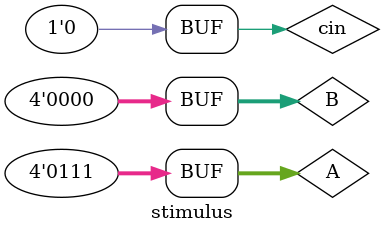
<source format=v>
module full_adder (
    sum,carry,a,b,cin
);
output sum;
output carry;
input a,b,cin;
//wires
wire w1,w2,w3;
//gate level 
xor x1(w1,a,b);
xor x2(sum,w1,cin);
and a1(w2,w1,cin);
and a2(w3,a,b);
or o1(carry,w2,w3);

    
endmodule

module ripple_adder_4bit (
    sum,cout,A,B,cin
);

output [0:3] sum;
output cout;
input [0:3] A,B;
input cin;

//wire declartions
wire [0:2] c;

//instantiating lower modules
full_adder fa1(sum[0],c[0],A[0],B[0],cin);
full_adder fa2(sum[1],c[1],A[1],B[1],c[0]);
full_adder fa3(sum[2],c[2],A[2],B[2],c[1]);
full_adder fa4(sum[3],cout,A[3],B[3],c[2]);

    
endmodule

//stimulus module
module stimulus;

reg [0:3] A,B;    
reg cin;

wire [0:3] sum;
wire cout;


//instantiating design module
ripple_adder_4bit ra(sum,cout,A,B,cin);

//behavioural block
initial begin
    $dumpfile("ripple_adder_4bit.vcd");
    $dumpvars(0,stimulus);

        A=0; B=4; cin=0;
        #5
        A=0; B=2; cin=1;
        #5
        A=5; B=1; cin=0;
        #5
        A=0; B=4; cin=0;
        #5
        A=7; B=7; cin=0;
        #5
        A=5; B=5; cin=1;
        #5
        A=7; B=0; cin=0;


end
always @(A or B or cin) begin
      $display("the value of A=%d : B=%d  :cin =%d and the sum=%d",A,B,cin,sum);
end

endmodule
</source>
